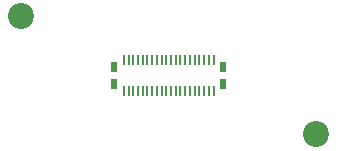
<source format=gbr>
%TF.GenerationSoftware,KiCad,Pcbnew,9.0.2*%
%TF.CreationDate,2025-06-09T11:48:46-05:00*%
%TF.ProjectId,ICEBATS384,49434542-4154-4533-9338-342e6b696361,rev?*%
%TF.SameCoordinates,Original*%
%TF.FileFunction,Soldermask,Bot*%
%TF.FilePolarity,Negative*%
%FSLAX46Y46*%
G04 Gerber Fmt 4.6, Leading zero omitted, Abs format (unit mm)*
G04 Created by KiCad (PCBNEW 9.0.2) date 2025-06-09 11:48:46*
%MOMM*%
%LPD*%
G01*
G04 APERTURE LIST*
%ADD10R,0.220000X0.900000*%
%ADD11R,0.500000X0.850000*%
%ADD12C,2.200000*%
G04 APERTURE END LIST*
D10*
%TO.C,J2*%
X43800000Y-38685001D03*
X43400001Y-38685001D03*
X42999999Y-38685001D03*
X42600000Y-38685001D03*
X42200001Y-38685001D03*
X41799999Y-38685001D03*
X41400000Y-38685001D03*
X41000001Y-38685001D03*
X40600001Y-38685001D03*
X40200000Y-38685001D03*
X39800000Y-38685001D03*
X39400001Y-38685001D03*
X38999999Y-38685001D03*
X38600000Y-38685001D03*
X38200001Y-38685001D03*
X37799999Y-38685001D03*
X37400000Y-38685001D03*
X37000001Y-38685001D03*
X36600002Y-38685001D03*
X36200000Y-38685001D03*
X43800000Y-41314999D03*
X43400001Y-41314999D03*
X42999999Y-41314999D03*
X42600000Y-41314999D03*
X42200001Y-41314999D03*
X41799999Y-41314999D03*
X41400000Y-41314999D03*
X41000001Y-41314999D03*
X40600001Y-41314999D03*
X40200000Y-41314999D03*
X39800000Y-41314999D03*
X39400001Y-41314999D03*
X38999999Y-41314999D03*
X38600000Y-41314999D03*
X38200001Y-41314999D03*
X37799999Y-41314999D03*
X37400000Y-41314999D03*
X37000001Y-41314999D03*
X36600002Y-41314999D03*
X36200000Y-41314999D03*
D11*
X44600000Y-40740000D03*
X35400009Y-40740000D03*
X44600000Y-39260000D03*
X35400009Y-39260000D03*
%TD*%
D12*
%TO.C,REF\u002A\u002A*%
X52500000Y-45000000D03*
%TD*%
%TO.C,REF\u002A\u002A*%
X27500000Y-35000000D03*
%TD*%
M02*

</source>
